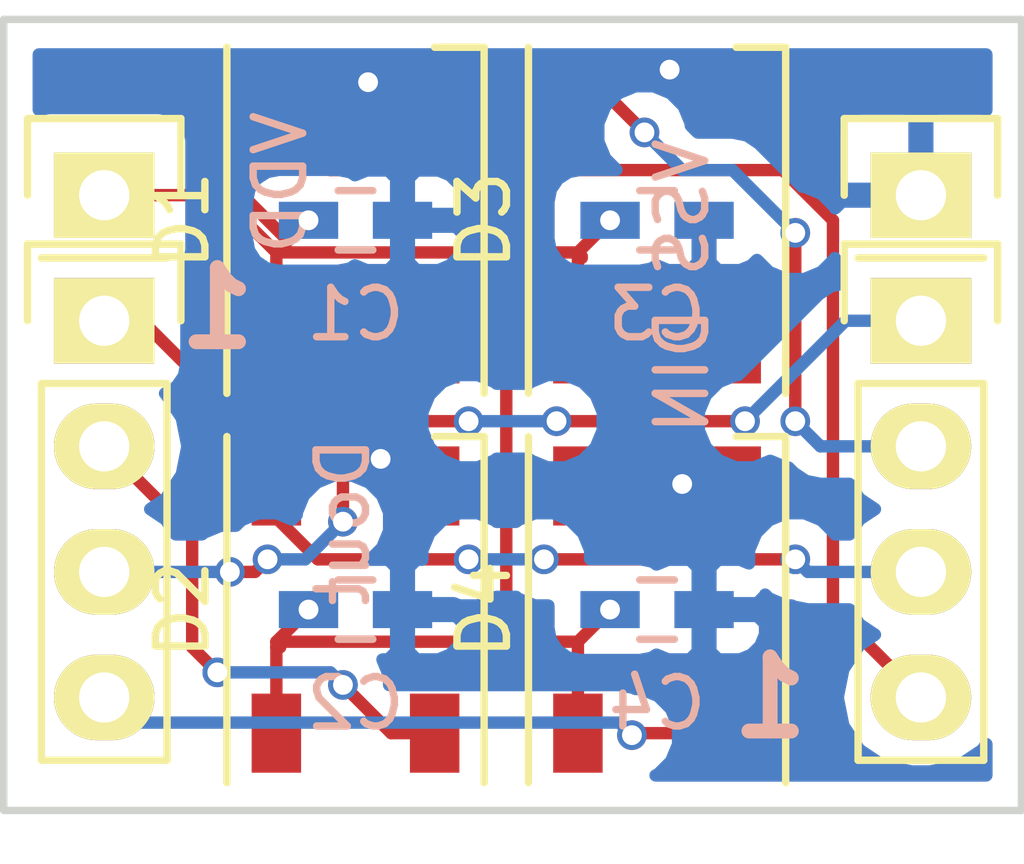
<source format=kicad_pcb>
(kicad_pcb (version 4) (host pcbnew 4.0.1-stable)

  (general
    (links 24)
    (no_connects 0)
    (area 135.210429 96.105 156.031001 114.005)
    (thickness 1.6)
    (drawings 6)
    (tracks 118)
    (zones 0)
    (modules 12)
    (nets 11)
  )

  (page A4)
  (layers
    (0 F.Cu signal)
    (31 B.Cu signal)
    (32 B.Adhes user)
    (33 F.Adhes user)
    (34 B.Paste user)
    (35 F.Paste user)
    (36 B.SilkS user)
    (37 F.SilkS user)
    (38 B.Mask user)
    (39 F.Mask user)
    (40 Dwgs.User user)
    (41 Cmts.User user)
    (42 Eco1.User user)
    (43 Eco2.User user)
    (44 Edge.Cuts user)
    (45 Margin user)
    (46 B.CrtYd user)
    (47 F.CrtYd user)
    (48 B.Fab user)
    (49 F.Fab user)
  )

  (setup
    (last_trace_width 0.25)
    (trace_clearance 0.2)
    (zone_clearance 0.508)
    (zone_45_only no)
    (trace_min 0.2)
    (segment_width 0.2)
    (edge_width 0.15)
    (via_size 0.6)
    (via_drill 0.4)
    (via_min_size 0.4)
    (via_min_drill 0.3)
    (uvia_size 0.3)
    (uvia_drill 0.1)
    (uvias_allowed no)
    (uvia_min_size 0.2)
    (uvia_min_drill 0.1)
    (pcb_text_width 0.3)
    (pcb_text_size 1.5 1.5)
    (mod_edge_width 0.15)
    (mod_text_size 1 1)
    (mod_text_width 0.15)
    (pad_size 2.032 1.7272)
    (pad_drill 1.016)
    (pad_to_mask_clearance 0.2)
    (aux_axis_origin 0 0)
    (visible_elements 7FFFFFFF)
    (pcbplotparams
      (layerselection 0x010fc_80000001)
      (usegerberextensions false)
      (excludeedgelayer true)
      (linewidth 0.100000)
      (plotframeref false)
      (viasonmask false)
      (mode 1)
      (useauxorigin false)
      (hpglpennumber 1)
      (hpglpenspeed 20)
      (hpglpendiameter 15)
      (hpglpenoverlay 2)
      (psnegative false)
      (psa4output false)
      (plotreference true)
      (plotvalue true)
      (plotinvisibletext false)
      (padsonsilk false)
      (subtractmaskfromsilk false)
      (outputformat 1)
      (mirror false)
      (drillshape 0)
      (scaleselection 1)
      (outputdirectory Gerbers/))
  )

  (net 0 "")
  (net 1 +5V)
  (net 2 GND)
  (net 3 "Net-(D1-Pad4)")
  (net 4 "Net-(D1-Pad2)")
  (net 5 "Net-(D2-Pad4)")
  (net 6 "Net-(D2-Pad2)")
  (net 7 "Net-(D3-Pad4)")
  (net 8 "Net-(D3-Pad2)")
  (net 9 "Net-(D4-Pad4)")
  (net 10 "Net-(D4-Pad2)")

  (net_class Default "This is the default net class."
    (clearance 0.2)
    (trace_width 0.25)
    (via_dia 0.6)
    (via_drill 0.4)
    (uvia_dia 0.3)
    (uvia_drill 0.1)
    (add_net +5V)
    (add_net GND)
    (add_net "Net-(D1-Pad2)")
    (add_net "Net-(D1-Pad4)")
    (add_net "Net-(D2-Pad2)")
    (add_net "Net-(D2-Pad4)")
    (add_net "Net-(D3-Pad2)")
    (add_net "Net-(D3-Pad4)")
    (add_net "Net-(D4-Pad2)")
    (add_net "Net-(D4-Pad4)")
  )

  (module LEDs:LED_WS2812B-PLCC4 (layer F.Cu) (tedit 56C9C7F7) (tstamp 57F034A5)
    (at 148.59 100.838 90)
    (descr http://www.world-semi.com/uploads/soft/150522/1-150522091P5.pdf)
    (tags "LED NeoPixel")
    (path /57F04AF6)
    (attr smd)
    (fp_text reference D3 (at 0 -3.5 90) (layer F.SilkS)
      (effects (font (size 1 1) (thickness 0.15)))
    )
    (fp_text value WS2812B (at 0 4 90) (layer F.Fab)
      (effects (font (size 1 1) (thickness 0.15)))
    )
    (fp_line (start 3.75 -2.85) (end -3.75 -2.85) (layer F.CrtYd) (width 0.05))
    (fp_line (start 3.75 2.85) (end 3.75 -2.85) (layer F.CrtYd) (width 0.05))
    (fp_line (start -3.75 2.85) (end 3.75 2.85) (layer F.CrtYd) (width 0.05))
    (fp_line (start -3.75 -2.85) (end -3.75 2.85) (layer F.CrtYd) (width 0.05))
    (fp_line (start 2.5 1.5) (end 1.5 2.5) (layer Dwgs.User) (width 0.1))
    (fp_line (start -2.5 -2.5) (end -2.5 2.5) (layer Dwgs.User) (width 0.1))
    (fp_line (start -2.5 2.5) (end 2.5 2.5) (layer Dwgs.User) (width 0.1))
    (fp_line (start 2.5 2.5) (end 2.5 -2.5) (layer Dwgs.User) (width 0.1))
    (fp_line (start 2.5 -2.5) (end -2.5 -2.5) (layer Dwgs.User) (width 0.1))
    (fp_line (start -3.5 -2.6) (end 3.5 -2.6) (layer F.SilkS) (width 0.15))
    (fp_line (start -3.5 2.6) (end 3.5 2.6) (layer F.SilkS) (width 0.15))
    (fp_line (start 3.5 2.6) (end 3.5 1.6) (layer F.SilkS) (width 0.15))
    (fp_circle (center 0 0) (end 0 -2) (layer Dwgs.User) (width 0.1))
    (pad 3 smd rect (at 2.5 1.6 90) (size 1.6 1) (layers F.Cu F.Paste F.Mask)
      (net 2 GND))
    (pad 4 smd rect (at 2.5 -1.6 90) (size 1.6 1) (layers F.Cu F.Paste F.Mask)
      (net 7 "Net-(D3-Pad4)"))
    (pad 2 smd rect (at -2.5 1.6 90) (size 1.6 1) (layers F.Cu F.Paste F.Mask)
      (net 8 "Net-(D3-Pad2)"))
    (pad 1 smd rect (at -2.5 -1.6 90) (size 1.6 1) (layers F.Cu F.Paste F.Mask)
      (net 1 +5V))
    (model LEDs.3dshapes/LED_WS2812B-PLCC4.wrl
      (at (xyz 0 0 0.004))
      (scale (xyz 0.385 0.385 0.385))
      (rotate (xyz 0 0 180))
    )
  )

  (module LEDs:LED_WS2812B-PLCC4 (layer F.Cu) (tedit 57F034D6) (tstamp 57F03495)
    (at 142.494 100.838 90)
    (descr http://www.world-semi.com/uploads/soft/150522/1-150522091P5.pdf)
    (tags "LED NeoPixel")
    (path /57F04A70)
    (attr smd)
    (fp_text reference D1 (at 0 -3.5 90) (layer F.SilkS)
      (effects (font (size 1 1) (thickness 0.15)))
    )
    (fp_text value WS2812B (at 0 -6.096 90) (layer F.Fab)
      (effects (font (size 1 1) (thickness 0.15)))
    )
    (fp_line (start 3.75 -2.85) (end -3.75 -2.85) (layer F.CrtYd) (width 0.05))
    (fp_line (start 3.75 2.85) (end 3.75 -2.85) (layer F.CrtYd) (width 0.05))
    (fp_line (start -3.75 2.85) (end 3.75 2.85) (layer F.CrtYd) (width 0.05))
    (fp_line (start -3.75 -2.85) (end -3.75 2.85) (layer F.CrtYd) (width 0.05))
    (fp_line (start 2.5 1.5) (end 1.5 2.5) (layer Dwgs.User) (width 0.1))
    (fp_line (start -2.5 -2.5) (end -2.5 2.5) (layer Dwgs.User) (width 0.1))
    (fp_line (start -2.5 2.5) (end 2.5 2.5) (layer Dwgs.User) (width 0.1))
    (fp_line (start 2.5 2.5) (end 2.5 -2.5) (layer Dwgs.User) (width 0.1))
    (fp_line (start 2.5 -2.5) (end -2.5 -2.5) (layer Dwgs.User) (width 0.1))
    (fp_line (start -3.5 -2.6) (end 3.5 -2.6) (layer F.SilkS) (width 0.15))
    (fp_line (start -3.5 2.6) (end 3.5 2.6) (layer F.SilkS) (width 0.15))
    (fp_line (start 3.5 2.6) (end 3.5 1.6) (layer F.SilkS) (width 0.15))
    (fp_circle (center 0 0) (end 0 -2) (layer Dwgs.User) (width 0.1))
    (pad 3 smd rect (at 2.5 1.6 90) (size 1.6 1) (layers F.Cu F.Paste F.Mask)
      (net 2 GND))
    (pad 4 smd rect (at 2.5 -1.6 90) (size 1.6 1) (layers F.Cu F.Paste F.Mask)
      (net 3 "Net-(D1-Pad4)"))
    (pad 2 smd rect (at -2.5 1.6 90) (size 1.6 1) (layers F.Cu F.Paste F.Mask)
      (net 4 "Net-(D1-Pad2)"))
    (pad 1 smd rect (at -2.5 -1.6 90) (size 1.6 1) (layers F.Cu F.Paste F.Mask)
      (net 1 +5V))
    (model LEDs.3dshapes/LED_WS2812B-PLCC4.wrl
      (at (xyz 0 0 0.004))
      (scale (xyz 0.385 0.385 0.385))
      (rotate (xyz 0 0 180))
    )
  )

  (module Capacitors_SMD:C_0603_HandSoldering (layer B.Cu) (tedit 541A9B4D) (tstamp 57F0347B)
    (at 142.494 100.838)
    (descr "Capacitor SMD 0603, hand soldering")
    (tags "capacitor 0603")
    (path /57F04CC7)
    (attr smd)
    (fp_text reference C1 (at 0 1.9) (layer B.SilkS)
      (effects (font (size 1 1) (thickness 0.15)) (justify mirror))
    )
    (fp_text value C_Small (at 0 -1.9) (layer B.Fab)
      (effects (font (size 1 1) (thickness 0.15)) (justify mirror))
    )
    (fp_line (start -1.85 0.75) (end 1.85 0.75) (layer B.CrtYd) (width 0.05))
    (fp_line (start -1.85 -0.75) (end 1.85 -0.75) (layer B.CrtYd) (width 0.05))
    (fp_line (start -1.85 0.75) (end -1.85 -0.75) (layer B.CrtYd) (width 0.05))
    (fp_line (start 1.85 0.75) (end 1.85 -0.75) (layer B.CrtYd) (width 0.05))
    (fp_line (start -0.35 0.6) (end 0.35 0.6) (layer B.SilkS) (width 0.15))
    (fp_line (start 0.35 -0.6) (end -0.35 -0.6) (layer B.SilkS) (width 0.15))
    (pad 1 smd rect (at -0.95 0) (size 1.2 0.75) (layers B.Cu B.Paste B.Mask)
      (net 1 +5V))
    (pad 2 smd rect (at 0.95 0) (size 1.2 0.75) (layers B.Cu B.Paste B.Mask)
      (net 2 GND))
    (model Capacitors_SMD.3dshapes/C_0603_HandSoldering.wrl
      (at (xyz 0 0 0))
      (scale (xyz 1 1 1))
      (rotate (xyz 0 0 0))
    )
  )

  (module Capacitors_SMD:C_0603_HandSoldering (layer B.Cu) (tedit 541A9B4D) (tstamp 57F03481)
    (at 142.494 108.712)
    (descr "Capacitor SMD 0603, hand soldering")
    (tags "capacitor 0603")
    (path /57F04D04)
    (attr smd)
    (fp_text reference C2 (at 0 1.9) (layer B.SilkS)
      (effects (font (size 1 1) (thickness 0.15)) (justify mirror))
    )
    (fp_text value C_Small (at 0 -1.9) (layer B.Fab)
      (effects (font (size 1 1) (thickness 0.15)) (justify mirror))
    )
    (fp_line (start -1.85 0.75) (end 1.85 0.75) (layer B.CrtYd) (width 0.05))
    (fp_line (start -1.85 -0.75) (end 1.85 -0.75) (layer B.CrtYd) (width 0.05))
    (fp_line (start -1.85 0.75) (end -1.85 -0.75) (layer B.CrtYd) (width 0.05))
    (fp_line (start 1.85 0.75) (end 1.85 -0.75) (layer B.CrtYd) (width 0.05))
    (fp_line (start -0.35 0.6) (end 0.35 0.6) (layer B.SilkS) (width 0.15))
    (fp_line (start 0.35 -0.6) (end -0.35 -0.6) (layer B.SilkS) (width 0.15))
    (pad 1 smd rect (at -0.95 0) (size 1.2 0.75) (layers B.Cu B.Paste B.Mask)
      (net 1 +5V))
    (pad 2 smd rect (at 0.95 0) (size 1.2 0.75) (layers B.Cu B.Paste B.Mask)
      (net 2 GND))
    (model Capacitors_SMD.3dshapes/C_0603_HandSoldering.wrl
      (at (xyz 0 0 0))
      (scale (xyz 1 1 1))
      (rotate (xyz 0 0 0))
    )
  )

  (module Capacitors_SMD:C_0603_HandSoldering (layer B.Cu) (tedit 541A9B4D) (tstamp 57F03487)
    (at 148.59 100.838)
    (descr "Capacitor SMD 0603, hand soldering")
    (tags "capacitor 0603")
    (path /57F04D3D)
    (attr smd)
    (fp_text reference C3 (at 0 1.9) (layer B.SilkS)
      (effects (font (size 1 1) (thickness 0.15)) (justify mirror))
    )
    (fp_text value C_Small (at 0 -1.9) (layer B.Fab)
      (effects (font (size 1 1) (thickness 0.15)) (justify mirror))
    )
    (fp_line (start -1.85 0.75) (end 1.85 0.75) (layer B.CrtYd) (width 0.05))
    (fp_line (start -1.85 -0.75) (end 1.85 -0.75) (layer B.CrtYd) (width 0.05))
    (fp_line (start -1.85 0.75) (end -1.85 -0.75) (layer B.CrtYd) (width 0.05))
    (fp_line (start 1.85 0.75) (end 1.85 -0.75) (layer B.CrtYd) (width 0.05))
    (fp_line (start -0.35 0.6) (end 0.35 0.6) (layer B.SilkS) (width 0.15))
    (fp_line (start 0.35 -0.6) (end -0.35 -0.6) (layer B.SilkS) (width 0.15))
    (pad 1 smd rect (at -0.95 0) (size 1.2 0.75) (layers B.Cu B.Paste B.Mask)
      (net 1 +5V))
    (pad 2 smd rect (at 0.95 0) (size 1.2 0.75) (layers B.Cu B.Paste B.Mask)
      (net 2 GND))
    (model Capacitors_SMD.3dshapes/C_0603_HandSoldering.wrl
      (at (xyz 0 0 0))
      (scale (xyz 1 1 1))
      (rotate (xyz 0 0 0))
    )
  )

  (module Capacitors_SMD:C_0603_HandSoldering (layer B.Cu) (tedit 541A9B4D) (tstamp 57F0348D)
    (at 148.59 108.712)
    (descr "Capacitor SMD 0603, hand soldering")
    (tags "capacitor 0603")
    (path /57F04D84)
    (attr smd)
    (fp_text reference C4 (at 0 1.9) (layer B.SilkS)
      (effects (font (size 1 1) (thickness 0.15)) (justify mirror))
    )
    (fp_text value C_Small (at 0 -1.9) (layer B.Fab)
      (effects (font (size 1 1) (thickness 0.15)) (justify mirror))
    )
    (fp_line (start -1.85 0.75) (end 1.85 0.75) (layer B.CrtYd) (width 0.05))
    (fp_line (start -1.85 -0.75) (end 1.85 -0.75) (layer B.CrtYd) (width 0.05))
    (fp_line (start -1.85 0.75) (end -1.85 -0.75) (layer B.CrtYd) (width 0.05))
    (fp_line (start 1.85 0.75) (end 1.85 -0.75) (layer B.CrtYd) (width 0.05))
    (fp_line (start -0.35 0.6) (end 0.35 0.6) (layer B.SilkS) (width 0.15))
    (fp_line (start 0.35 -0.6) (end -0.35 -0.6) (layer B.SilkS) (width 0.15))
    (pad 1 smd rect (at -0.95 0) (size 1.2 0.75) (layers B.Cu B.Paste B.Mask)
      (net 1 +5V))
    (pad 2 smd rect (at 0.95 0) (size 1.2 0.75) (layers B.Cu B.Paste B.Mask)
      (net 2 GND))
    (model Capacitors_SMD.3dshapes/C_0603_HandSoldering.wrl
      (at (xyz 0 0 0))
      (scale (xyz 1 1 1))
      (rotate (xyz 0 0 0))
    )
  )

  (module LEDs:LED_WS2812B-PLCC4 (layer F.Cu) (tedit 56C9C7F7) (tstamp 57F0349D)
    (at 142.494 108.712 90)
    (descr http://www.world-semi.com/uploads/soft/150522/1-150522091P5.pdf)
    (tags "LED NeoPixel")
    (path /57F04AC9)
    (attr smd)
    (fp_text reference D2 (at 0 -3.5 90) (layer F.SilkS)
      (effects (font (size 1 1) (thickness 0.15)))
    )
    (fp_text value WS2812B (at 0 4 90) (layer F.Fab)
      (effects (font (size 1 1) (thickness 0.15)))
    )
    (fp_line (start 3.75 -2.85) (end -3.75 -2.85) (layer F.CrtYd) (width 0.05))
    (fp_line (start 3.75 2.85) (end 3.75 -2.85) (layer F.CrtYd) (width 0.05))
    (fp_line (start -3.75 2.85) (end 3.75 2.85) (layer F.CrtYd) (width 0.05))
    (fp_line (start -3.75 -2.85) (end -3.75 2.85) (layer F.CrtYd) (width 0.05))
    (fp_line (start 2.5 1.5) (end 1.5 2.5) (layer Dwgs.User) (width 0.1))
    (fp_line (start -2.5 -2.5) (end -2.5 2.5) (layer Dwgs.User) (width 0.1))
    (fp_line (start -2.5 2.5) (end 2.5 2.5) (layer Dwgs.User) (width 0.1))
    (fp_line (start 2.5 2.5) (end 2.5 -2.5) (layer Dwgs.User) (width 0.1))
    (fp_line (start 2.5 -2.5) (end -2.5 -2.5) (layer Dwgs.User) (width 0.1))
    (fp_line (start -3.5 -2.6) (end 3.5 -2.6) (layer F.SilkS) (width 0.15))
    (fp_line (start -3.5 2.6) (end 3.5 2.6) (layer F.SilkS) (width 0.15))
    (fp_line (start 3.5 2.6) (end 3.5 1.6) (layer F.SilkS) (width 0.15))
    (fp_circle (center 0 0) (end 0 -2) (layer Dwgs.User) (width 0.1))
    (pad 3 smd rect (at 2.5 1.6 90) (size 1.6 1) (layers F.Cu F.Paste F.Mask)
      (net 2 GND))
    (pad 4 smd rect (at 2.5 -1.6 90) (size 1.6 1) (layers F.Cu F.Paste F.Mask)
      (net 5 "Net-(D2-Pad4)"))
    (pad 2 smd rect (at -2.5 1.6 90) (size 1.6 1) (layers F.Cu F.Paste F.Mask)
      (net 6 "Net-(D2-Pad2)"))
    (pad 1 smd rect (at -2.5 -1.6 90) (size 1.6 1) (layers F.Cu F.Paste F.Mask)
      (net 1 +5V))
    (model LEDs.3dshapes/LED_WS2812B-PLCC4.wrl
      (at (xyz 0 0 0.004))
      (scale (xyz 0.385 0.385 0.385))
      (rotate (xyz 0 0 180))
    )
  )

  (module LEDs:LED_WS2812B-PLCC4 (layer F.Cu) (tedit 56C9C7F7) (tstamp 57F034AD)
    (at 148.59 108.712 90)
    (descr http://www.world-semi.com/uploads/soft/150522/1-150522091P5.pdf)
    (tags "LED NeoPixel")
    (path /57F04BC2)
    (attr smd)
    (fp_text reference D4 (at 0 -3.5 90) (layer F.SilkS)
      (effects (font (size 1 1) (thickness 0.15)))
    )
    (fp_text value WS2812B (at 0 4 90) (layer F.Fab)
      (effects (font (size 1 1) (thickness 0.15)))
    )
    (fp_line (start 3.75 -2.85) (end -3.75 -2.85) (layer F.CrtYd) (width 0.05))
    (fp_line (start 3.75 2.85) (end 3.75 -2.85) (layer F.CrtYd) (width 0.05))
    (fp_line (start -3.75 2.85) (end 3.75 2.85) (layer F.CrtYd) (width 0.05))
    (fp_line (start -3.75 -2.85) (end -3.75 2.85) (layer F.CrtYd) (width 0.05))
    (fp_line (start 2.5 1.5) (end 1.5 2.5) (layer Dwgs.User) (width 0.1))
    (fp_line (start -2.5 -2.5) (end -2.5 2.5) (layer Dwgs.User) (width 0.1))
    (fp_line (start -2.5 2.5) (end 2.5 2.5) (layer Dwgs.User) (width 0.1))
    (fp_line (start 2.5 2.5) (end 2.5 -2.5) (layer Dwgs.User) (width 0.1))
    (fp_line (start 2.5 -2.5) (end -2.5 -2.5) (layer Dwgs.User) (width 0.1))
    (fp_line (start -3.5 -2.6) (end 3.5 -2.6) (layer F.SilkS) (width 0.15))
    (fp_line (start -3.5 2.6) (end 3.5 2.6) (layer F.SilkS) (width 0.15))
    (fp_line (start 3.5 2.6) (end 3.5 1.6) (layer F.SilkS) (width 0.15))
    (fp_circle (center 0 0) (end 0 -2) (layer Dwgs.User) (width 0.1))
    (pad 3 smd rect (at 2.5 1.6 90) (size 1.6 1) (layers F.Cu F.Paste F.Mask)
      (net 2 GND))
    (pad 4 smd rect (at 2.5 -1.6 90) (size 1.6 1) (layers F.Cu F.Paste F.Mask)
      (net 9 "Net-(D4-Pad4)"))
    (pad 2 smd rect (at -2.5 1.6 90) (size 1.6 1) (layers F.Cu F.Paste F.Mask)
      (net 10 "Net-(D4-Pad2)"))
    (pad 1 smd rect (at -2.5 -1.6 90) (size 1.6 1) (layers F.Cu F.Paste F.Mask)
      (net 1 +5V))
    (model LEDs.3dshapes/LED_WS2812B-PLCC4.wrl
      (at (xyz 0 0 0.004))
      (scale (xyz 0.385 0.385 0.385))
      (rotate (xyz 0 0 180))
    )
  )

  (module Pin_Headers:Pin_Header_Straight_1x01 (layer F.Cu) (tedit 581E5BC7) (tstamp 57F034B2)
    (at 137.414 100.33)
    (descr "Through hole pin header")
    (tags "pin header")
    (path /57F05FB3)
    (fp_text reference VDD (at 3.556 -0.254 90) (layer B.SilkS)
      (effects (font (size 1 1) (thickness 0.15)) (justify mirror))
    )
    (fp_text value VDD (at 0 -3.1) (layer F.Fab)
      (effects (font (size 1 1) (thickness 0.15)))
    )
    (fp_line (start 1.55 -1.55) (end 1.55 0) (layer F.SilkS) (width 0.15))
    (fp_line (start -1.75 -1.75) (end -1.75 1.75) (layer F.CrtYd) (width 0.05))
    (fp_line (start 1.75 -1.75) (end 1.75 1.75) (layer F.CrtYd) (width 0.05))
    (fp_line (start -1.75 -1.75) (end 1.75 -1.75) (layer F.CrtYd) (width 0.05))
    (fp_line (start -1.75 1.75) (end 1.75 1.75) (layer F.CrtYd) (width 0.05))
    (fp_line (start -1.55 0) (end -1.55 -1.55) (layer F.SilkS) (width 0.15))
    (fp_line (start -1.55 -1.55) (end 1.55 -1.55) (layer F.SilkS) (width 0.15))
    (fp_line (start -1.27 1.27) (end 1.27 1.27) (layer F.SilkS) (width 0.15))
    (pad 1 thru_hole rect (at 0 0) (size 2.032 1.7272) (drill 1.016) (layers *.Cu *.Mask F.SilkS)
      (net 1 +5V))
    (model Pin_Headers.3dshapes/Pin_Header_Straight_1x01.wrl
      (at (xyz 0 0 0))
      (scale (xyz 1 1 1))
      (rotate (xyz 0 0 90))
    )
  )

  (module Pin_Headers:Pin_Header_Straight_1x04 (layer F.Cu) (tedit 57F03AE9) (tstamp 57F034BA)
    (at 137.414 102.87)
    (descr "Through hole pin header")
    (tags "pin header")
    (path /57F05B64)
    (fp_text reference Dout (at 4.826 4.064 90) (layer B.SilkS)
      (effects (font (size 1 1) (thickness 0.15)) (justify mirror))
    )
    (fp_text value DOUT (at 0 10.16) (layer F.Fab)
      (effects (font (size 1 1) (thickness 0.15)))
    )
    (fp_line (start -1.75 -1.75) (end -1.75 9.4) (layer F.CrtYd) (width 0.05))
    (fp_line (start 1.75 -1.75) (end 1.75 9.4) (layer F.CrtYd) (width 0.05))
    (fp_line (start -1.75 -1.75) (end 1.75 -1.75) (layer F.CrtYd) (width 0.05))
    (fp_line (start -1.75 9.4) (end 1.75 9.4) (layer F.CrtYd) (width 0.05))
    (fp_line (start -1.27 1.27) (end -1.27 8.89) (layer F.SilkS) (width 0.15))
    (fp_line (start 1.27 1.27) (end 1.27 8.89) (layer F.SilkS) (width 0.15))
    (fp_line (start 1.55 -1.55) (end 1.55 0) (layer F.SilkS) (width 0.15))
    (fp_line (start -1.27 8.89) (end 1.27 8.89) (layer F.SilkS) (width 0.15))
    (fp_line (start 1.27 1.27) (end -1.27 1.27) (layer F.SilkS) (width 0.15))
    (fp_line (start -1.55 0) (end -1.55 -1.55) (layer F.SilkS) (width 0.15))
    (fp_line (start -1.55 -1.55) (end 1.55 -1.55) (layer F.SilkS) (width 0.15))
    (pad 1 thru_hole rect (at 0 0) (size 2.032 1.7272) (drill 1.016) (layers *.Cu *.Mask F.SilkS)
      (net 4 "Net-(D1-Pad2)"))
    (pad 2 thru_hole oval (at 0 2.54) (size 2.032 1.7272) (drill 1.016) (layers *.Cu *.Mask F.SilkS)
      (net 6 "Net-(D2-Pad2)"))
    (pad 3 thru_hole oval (at 0 5.08) (size 2.032 1.7272) (drill 1.016) (layers *.Cu *.Mask F.SilkS)
      (net 8 "Net-(D3-Pad2)"))
    (pad 4 thru_hole oval (at 0 7.62) (size 2.032 1.7272) (drill 1.016) (layers *.Cu *.Mask F.SilkS)
      (net 10 "Net-(D4-Pad2)"))
    (model Pin_Headers.3dshapes/Pin_Header_Straight_1x04.wrl
      (at (xyz 0 -0.15 0))
      (scale (xyz 1 1 1))
      (rotate (xyz 0 0 90))
    )
  )

  (module Pin_Headers:Pin_Header_Straight_1x01 (layer F.Cu) (tedit 581E5BDA) (tstamp 57F034BF)
    (at 153.924 100.33)
    (descr "Through hole pin header")
    (tags "pin header")
    (path /57F06E55)
    (fp_text reference VSS (at -4.826 0.254 90) (layer B.SilkS)
      (effects (font (size 1 1) (thickness 0.15)) (justify mirror))
    )
    (fp_text value VSS (at 0 -3.1) (layer F.Fab)
      (effects (font (size 1 1) (thickness 0.15)))
    )
    (fp_line (start 1.55 -1.55) (end 1.55 0) (layer F.SilkS) (width 0.15))
    (fp_line (start -1.75 -1.75) (end -1.75 1.75) (layer F.CrtYd) (width 0.05))
    (fp_line (start 1.75 -1.75) (end 1.75 1.75) (layer F.CrtYd) (width 0.05))
    (fp_line (start -1.75 -1.75) (end 1.75 -1.75) (layer F.CrtYd) (width 0.05))
    (fp_line (start -1.75 1.75) (end 1.75 1.75) (layer F.CrtYd) (width 0.05))
    (fp_line (start -1.55 0) (end -1.55 -1.55) (layer F.SilkS) (width 0.15))
    (fp_line (start -1.55 -1.55) (end 1.55 -1.55) (layer F.SilkS) (width 0.15))
    (fp_line (start -1.27 1.27) (end 1.27 1.27) (layer F.SilkS) (width 0.15))
    (pad 1 thru_hole rect (at 0 0) (size 2.032 1.7272) (drill 1.016) (layers *.Cu *.Mask F.SilkS)
      (net 2 GND))
    (model Pin_Headers.3dshapes/Pin_Header_Straight_1x01.wrl
      (at (xyz 0 0 0))
      (scale (xyz 1 1 1))
      (rotate (xyz 0 0 90))
    )
  )

  (module Pin_Headers:Pin_Header_Straight_1x04 (layer F.Cu) (tedit 57F03B0B) (tstamp 57F034C7)
    (at 153.924 102.87)
    (descr "Through hole pin header")
    (tags "pin header")
    (path /57F06E4F)
    (fp_text reference DIN (at -4.826 1.016 90) (layer B.SilkS)
      (effects (font (size 1 1) (thickness 0.15)) (justify mirror))
    )
    (fp_text value DIN (at 0 -3.1) (layer F.Fab)
      (effects (font (size 1 1) (thickness 0.15)))
    )
    (fp_line (start -1.75 -1.75) (end -1.75 9.4) (layer F.CrtYd) (width 0.05))
    (fp_line (start 1.75 -1.75) (end 1.75 9.4) (layer F.CrtYd) (width 0.05))
    (fp_line (start -1.75 -1.75) (end 1.75 -1.75) (layer F.CrtYd) (width 0.05))
    (fp_line (start -1.75 9.4) (end 1.75 9.4) (layer F.CrtYd) (width 0.05))
    (fp_line (start -1.27 1.27) (end -1.27 8.89) (layer F.SilkS) (width 0.15))
    (fp_line (start 1.27 1.27) (end 1.27 8.89) (layer F.SilkS) (width 0.15))
    (fp_line (start 1.55 -1.55) (end 1.55 0) (layer F.SilkS) (width 0.15))
    (fp_line (start -1.27 8.89) (end 1.27 8.89) (layer F.SilkS) (width 0.15))
    (fp_line (start 1.27 1.27) (end -1.27 1.27) (layer F.SilkS) (width 0.15))
    (fp_line (start -1.55 0) (end -1.55 -1.55) (layer F.SilkS) (width 0.15))
    (fp_line (start -1.55 -1.55) (end 1.55 -1.55) (layer F.SilkS) (width 0.15))
    (pad 1 thru_hole rect (at 0 0) (size 2.032 1.7272) (drill 1.016) (layers *.Cu *.Mask F.SilkS)
      (net 9 "Net-(D4-Pad4)"))
    (pad 2 thru_hole oval (at 0 2.54) (size 2.032 1.7272) (drill 1.016) (layers *.Cu *.Mask F.SilkS)
      (net 7 "Net-(D3-Pad4)"))
    (pad 3 thru_hole oval (at 0 5.08) (size 2.032 1.7272) (drill 1.016) (layers *.Cu *.Mask F.SilkS)
      (net 5 "Net-(D2-Pad4)"))
    (pad 4 thru_hole oval (at 0 7.62) (size 2.032 1.7272) (drill 1.016) (layers *.Cu *.Mask F.SilkS)
      (net 3 "Net-(D1-Pad4)"))
    (model Pin_Headers.3dshapes/Pin_Header_Straight_1x04.wrl
      (at (xyz 0 -0.15 0))
      (scale (xyz 1 1 1))
      (rotate (xyz 0 0 90))
    )
  )

  (gr_text 1 (at 139.7 102.616) (layer B.SilkS)
    (effects (font (size 1.5 1.5) (thickness 0.3)) (justify mirror))
  )
  (gr_text 1 (at 150.876 110.49) (layer B.SilkS)
    (effects (font (size 1.5 1.5) (thickness 0.3)) (justify mirror))
  )
  (gr_line (start 135.382 96.774) (end 135.382 112.776) (angle 90) (layer Edge.Cuts) (width 0.15))
  (gr_line (start 155.956 112.776) (end 135.382 112.776) (angle 90) (layer Edge.Cuts) (width 0.15))
  (gr_line (start 155.956 96.774) (end 155.956 112.776) (angle 90) (layer Edge.Cuts) (width 0.15))
  (gr_line (start 135.382 96.774) (end 155.956 96.774) (angle 90) (layer Edge.Cuts) (width 0.15))

  (segment (start 137.414 100.33) (end 140.208 100.33) (width 0.25) (layer F.Cu) (net 1))
  (segment (start 140.208 100.33) (end 141.13 101.252) (width 0.25) (layer F.Cu) (net 1) (tstamp 581E598F))
  (segment (start 137.414 100.33) (end 139.736 100.33) (width 0.25) (layer F.Cu) (net 1))
  (segment (start 139.736 100.33) (end 140.894 101.488) (width 0.25) (layer F.Cu) (net 1) (tstamp 581E5989))
  (segment (start 145.542 109.362) (end 145.542 101.488) (width 0.25) (layer F.Cu) (net 1))
  (segment (start 145.542 101.488) (end 145.542 101.6) (width 0.25) (layer F.Cu) (net 1) (tstamp 57F17320))
  (segment (start 145.542 101.6) (end 145.542 101.488) (width 0.25) (layer F.Cu) (net 1) (tstamp 57F17322))
  (segment (start 146.99 109.362) (end 145.542 109.362) (width 0.25) (layer F.Cu) (net 1))
  (segment (start 145.542 109.362) (end 140.894 109.362) (width 0.25) (layer F.Cu) (net 1) (tstamp 57F1731E))
  (segment (start 140.894 109.362) (end 140.97 109.438) (width 0.25) (layer F.Cu) (net 1) (tstamp 57F17319))
  (segment (start 140.97 109.474) (end 140.894 109.474) (width 0.25) (layer F.Cu) (net 1) (tstamp 57F1731B))
  (segment (start 140.97 109.438) (end 140.97 109.474) (width 0.25) (layer F.Cu) (net 1) (tstamp 57F1731A))
  (segment (start 140.894 101.488) (end 145.542 101.488) (width 0.25) (layer F.Cu) (net 1))
  (segment (start 145.542 101.488) (end 146.99 101.488) (width 0.25) (layer F.Cu) (net 1) (tstamp 57F17323))
  (segment (start 146.99 101.488) (end 147.066 101.564) (width 0.25) (layer F.Cu) (net 1) (tstamp 57F17301))
  (segment (start 147.066 101.6) (end 146.99 101.6) (width 0.25) (layer F.Cu) (net 1) (tstamp 57F17304))
  (segment (start 147.066 101.564) (end 147.066 101.6) (width 0.25) (layer F.Cu) (net 1) (tstamp 57F17303))
  (via (at 141.544 108.712) (size 0.6) (drill 0.4) (layers F.Cu B.Cu) (net 1))
  (segment (start 140.894 109.362) (end 141.544 108.712) (width 0.25) (layer F.Cu) (net 1) (tstamp 57F172F8))
  (segment (start 140.894 111.212) (end 140.894 109.474) (width 0.25) (layer F.Cu) (net 1) (tstamp 57F172F9))
  (segment (start 140.894 109.474) (end 140.894 109.362) (width 0.25) (layer F.Cu) (net 1) (tstamp 57F1731C))
  (via (at 147.64 108.712) (size 0.6) (drill 0.4) (layers F.Cu B.Cu) (net 1))
  (segment (start 146.99 109.362) (end 146.99 109.362) (width 0.25) (layer F.Cu) (net 1) (tstamp 57F172EC))
  (segment (start 146.99 109.362) (end 147.64 108.712) (width 0.25) (layer F.Cu) (net 1) (tstamp 57F17317))
  (segment (start 146.99 111.212) (end 146.99 109.362) (width 0.25) (layer F.Cu) (net 1) (tstamp 57F172ED))
  (via (at 147.64 100.838) (size 0.6) (drill 0.4) (layers F.Cu B.Cu) (net 1))
  (segment (start 146.99 101.488) (end 147.64 100.838) (width 0.25) (layer F.Cu) (net 1) (tstamp 57F172E1))
  (segment (start 146.99 103.338) (end 146.99 101.6) (width 0.25) (layer F.Cu) (net 1) (tstamp 57F172E2))
  (segment (start 146.99 101.6) (end 146.99 101.488) (width 0.25) (layer F.Cu) (net 1) (tstamp 57F17305))
  (via (at 141.544 100.838) (size 0.6) (drill 0.4) (layers F.Cu B.Cu) (net 1))
  (segment (start 141.13 101.252) (end 141.544 100.838) (width 0.25) (layer F.Cu) (net 1) (tstamp 581E5992))
  (segment (start 140.894 101.488) (end 141.13 101.252) (width 0.25) (layer F.Cu) (net 1) (tstamp 57F172DA))
  (segment (start 140.894 103.338) (end 140.894 101.488) (width 0.25) (layer F.Cu) (net 1) (tstamp 57F172DB))
  (segment (start 150.19 106.212) (end 149.138 106.212) (width 0.25) (layer F.Cu) (net 2))
  (via (at 149.098 106.172) (size 0.6) (drill 0.4) (layers F.Cu B.Cu) (net 2))
  (segment (start 149.138 106.212) (end 149.098 106.172) (width 0.25) (layer F.Cu) (net 2) (tstamp 5813F020))
  (segment (start 144.094 106.212) (end 143.55 106.212) (width 0.25) (layer F.Cu) (net 2))
  (via (at 143.002 105.664) (size 0.6) (drill 0.4) (layers F.Cu B.Cu) (net 2))
  (segment (start 143.55 106.212) (end 143.002 105.664) (width 0.25) (layer F.Cu) (net 2) (tstamp 5813F01B))
  (segment (start 150.19 98.338) (end 149.392 98.338) (width 0.25) (layer F.Cu) (net 2))
  (via (at 148.844 97.79) (size 0.6) (drill 0.4) (layers F.Cu B.Cu) (net 2))
  (segment (start 149.392 98.338) (end 148.844 97.79) (width 0.25) (layer F.Cu) (net 2) (tstamp 5813F015))
  (segment (start 144.094 98.338) (end 143.042 98.338) (width 0.25) (layer F.Cu) (net 2))
  (via (at 142.748 98.044) (size 0.6) (drill 0.4) (layers F.Cu B.Cu) (net 2))
  (segment (start 143.042 98.338) (end 142.748 98.044) (width 0.25) (layer F.Cu) (net 2) (tstamp 5813F010))
  (segment (start 140.894 98.338) (end 140.894 98.73) (width 0.25) (layer F.Cu) (net 3))
  (segment (start 140.894 98.73) (end 141.986 99.822) (width 0.25) (layer F.Cu) (net 3) (tstamp 57F1732C))
  (segment (start 141.986 99.822) (end 151.13 99.822) (width 0.25) (layer F.Cu) (net 3) (tstamp 57F1732E))
  (segment (start 151.13 99.822) (end 152.146 100.838) (width 0.25) (layer F.Cu) (net 3) (tstamp 57F17336))
  (segment (start 152.146 100.838) (end 152.146 108.712) (width 0.25) (layer F.Cu) (net 3) (tstamp 57F17339))
  (segment (start 152.146 108.712) (end 153.924 110.49) (width 0.25) (layer F.Cu) (net 3) (tstamp 57F1733B))
  (segment (start 144.094 103.338) (end 143.042 103.338) (width 0.25) (layer F.Cu) (net 4))
  (segment (start 139.954 104.648) (end 138.176 102.87) (width 0.25) (layer F.Cu) (net 4) (tstamp 57F173D4))
  (segment (start 141.732 104.648) (end 139.954 104.648) (width 0.25) (layer F.Cu) (net 4) (tstamp 57F173D2))
  (segment (start 143.042 103.338) (end 141.732 104.648) (width 0.25) (layer F.Cu) (net 4) (tstamp 57F173D0))
  (segment (start 138.176 102.87) (end 137.414 102.87) (width 0.25) (layer F.Cu) (net 4) (tstamp 57F173D6))
  (segment (start 137.414 102.87) (end 138.176 102.87) (width 0.25) (layer B.Cu) (net 4))
  (segment (start 140.894 106.212) (end 140.894 106.858) (width 0.25) (layer F.Cu) (net 5))
  (segment (start 140.894 106.858) (end 141.732 107.696) (width 0.25) (layer F.Cu) (net 5) (tstamp 57F17364))
  (segment (start 141.732 107.696) (end 144.78 107.696) (width 0.25) (layer F.Cu) (net 5) (tstamp 57F17366))
  (via (at 144.78 107.696) (size 0.6) (drill 0.4) (layers F.Cu B.Cu) (net 5))
  (segment (start 144.78 107.696) (end 146.304 107.696) (width 0.25) (layer B.Cu) (net 5) (tstamp 57F17372))
  (via (at 146.304 107.696) (size 0.6) (drill 0.4) (layers F.Cu B.Cu) (net 5))
  (segment (start 146.304 107.696) (end 151.384 107.696) (width 0.25) (layer F.Cu) (net 5) (tstamp 57F17375))
  (via (at 151.384 107.696) (size 0.6) (drill 0.4) (layers F.Cu B.Cu) (net 5))
  (segment (start 151.384 107.696) (end 151.638 107.95) (width 0.25) (layer B.Cu) (net 5) (tstamp 57F17378))
  (segment (start 151.638 107.95) (end 153.924 107.95) (width 0.25) (layer B.Cu) (net 5) (tstamp 57F17379))
  (segment (start 144.094 111.212) (end 143.216 111.212) (width 0.25) (layer F.Cu) (net 6))
  (segment (start 139.192 107.188) (end 137.414 105.41) (width 0.25) (layer F.Cu) (net 6) (tstamp 57F173E6))
  (segment (start 139.192 109.474) (end 139.192 107.188) (width 0.25) (layer F.Cu) (net 6) (tstamp 57F173E5))
  (segment (start 139.7 109.982) (end 139.192 109.474) (width 0.25) (layer F.Cu) (net 6) (tstamp 57F173E4))
  (via (at 139.7 109.982) (size 0.6) (drill 0.4) (layers F.Cu B.Cu) (net 6))
  (segment (start 141.986 109.982) (end 139.7 109.982) (width 0.25) (layer B.Cu) (net 6) (tstamp 57F173E2))
  (segment (start 142.24 110.236) (end 141.986 109.982) (width 0.25) (layer B.Cu) (net 6) (tstamp 57F173E1))
  (via (at 142.24 110.236) (size 0.6) (drill 0.4) (layers F.Cu B.Cu) (net 6))
  (segment (start 143.216 111.212) (end 142.24 110.236) (width 0.25) (layer F.Cu) (net 6) (tstamp 57F173D9))
  (segment (start 137.414 105.664) (end 137.414 105.41) (width 0.25) (layer F.Cu) (net 6) (tstamp 57F038FA))
  (segment (start 146.99 98.338) (end 147.614 98.338) (width 0.25) (layer F.Cu) (net 7))
  (segment (start 151.892 105.41) (end 153.924 105.41) (width 0.25) (layer B.Cu) (net 7) (tstamp 57F17350))
  (segment (start 151.384 104.902) (end 151.892 105.41) (width 0.25) (layer B.Cu) (net 7) (tstamp 57F1734F))
  (via (at 151.384 104.902) (size 0.6) (drill 0.4) (layers F.Cu B.Cu) (net 7))
  (segment (start 151.384 101.092) (end 151.384 104.902) (width 0.25) (layer F.Cu) (net 7) (tstamp 57F1734B))
  (via (at 151.384 101.092) (size 0.6) (drill 0.4) (layers F.Cu B.Cu) (net 7))
  (segment (start 150.114 99.822) (end 151.384 101.092) (width 0.25) (layer B.Cu) (net 7) (tstamp 57F17345))
  (segment (start 149.098 99.822) (end 150.114 99.822) (width 0.25) (layer B.Cu) (net 7) (tstamp 57F17344))
  (segment (start 148.336 99.06) (end 149.098 99.822) (width 0.25) (layer B.Cu) (net 7) (tstamp 57F17343))
  (via (at 148.336 99.06) (size 0.6) (drill 0.4) (layers F.Cu B.Cu) (net 7))
  (segment (start 147.614 98.338) (end 148.336 99.06) (width 0.25) (layer F.Cu) (net 7) (tstamp 57F1733F))
  (segment (start 150.19 103.338) (end 149.138 103.338) (width 0.25) (layer F.Cu) (net 8))
  (segment (start 139.954 107.95) (end 137.414 107.95) (width 0.25) (layer B.Cu) (net 8) (tstamp 57F174A7))
  (via (at 139.954 107.95) (size 0.6) (drill 0.4) (layers F.Cu B.Cu) (net 8))
  (segment (start 140.462 107.95) (end 139.954 107.95) (width 0.25) (layer F.Cu) (net 8) (tstamp 57F174A5))
  (segment (start 140.716 107.696) (end 140.462 107.95) (width 0.25) (layer F.Cu) (net 8) (tstamp 57F174A4))
  (via (at 140.716 107.696) (size 0.6) (drill 0.4) (layers F.Cu B.Cu) (net 8))
  (segment (start 141.478 107.696) (end 140.716 107.696) (width 0.25) (layer B.Cu) (net 8) (tstamp 57F174A2))
  (segment (start 142.24 106.934) (end 141.478 107.696) (width 0.25) (layer B.Cu) (net 8) (tstamp 57F174A1))
  (via (at 142.24 106.934) (size 0.6) (drill 0.4) (layers F.Cu B.Cu) (net 8))
  (segment (start 142.24 104.902) (end 142.24 106.934) (width 0.25) (layer F.Cu) (net 8) (tstamp 57F1749E))
  (segment (start 144.78 104.902) (end 142.24 104.902) (width 0.25) (layer F.Cu) (net 8) (tstamp 57F1749D))
  (via (at 144.78 104.902) (size 0.6) (drill 0.4) (layers F.Cu B.Cu) (net 8))
  (segment (start 146.558 104.902) (end 144.78 104.902) (width 0.25) (layer B.Cu) (net 8) (tstamp 57F1749A))
  (via (at 146.558 104.902) (size 0.6) (drill 0.4) (layers F.Cu B.Cu) (net 8))
  (segment (start 147.574 104.902) (end 146.558 104.902) (width 0.25) (layer F.Cu) (net 8) (tstamp 57F17496))
  (segment (start 149.138 103.338) (end 147.574 104.902) (width 0.25) (layer F.Cu) (net 8) (tstamp 57F17494))
  (segment (start 137.668 107.95) (end 137.414 107.95) (width 0.25) (layer B.Cu) (net 8) (tstamp 57F0393B))
  (segment (start 146.99 106.212) (end 147.026 106.212) (width 0.25) (layer F.Cu) (net 9))
  (segment (start 147.026 106.212) (end 148.336 104.902) (width 0.25) (layer F.Cu) (net 9) (tstamp 57F17355))
  (segment (start 148.336 104.902) (end 150.368 104.902) (width 0.25) (layer F.Cu) (net 9) (tstamp 57F1735A))
  (via (at 150.368 104.902) (size 0.6) (drill 0.4) (layers F.Cu B.Cu) (net 9))
  (segment (start 150.368 104.902) (end 152.4 102.87) (width 0.25) (layer B.Cu) (net 9) (tstamp 57F1735F))
  (segment (start 152.4 102.87) (end 153.924 102.87) (width 0.25) (layer B.Cu) (net 9) (tstamp 57F17360))
  (segment (start 150.19 111.212) (end 148.122 111.212) (width 0.25) (layer F.Cu) (net 10))
  (segment (start 147.828 110.998) (end 137.922 110.998) (width 0.25) (layer B.Cu) (net 10) (tstamp 57F17472))
  (segment (start 148.082 111.252) (end 147.828 110.998) (width 0.25) (layer B.Cu) (net 10) (tstamp 57F17471))
  (via (at 148.082 111.252) (size 0.6) (drill 0.4) (layers F.Cu B.Cu) (net 10))
  (segment (start 148.122 111.212) (end 148.082 111.252) (width 0.25) (layer F.Cu) (net 10) (tstamp 57F1746E))
  (segment (start 137.922 110.998) (end 137.414 110.49) (width 0.25) (layer B.Cu) (net 10) (tstamp 57F17473))
  (segment (start 137.922 110.49) (end 137.414 110.49) (width 0.25) (layer F.Cu) (net 10) (tstamp 57F03981))

  (zone (net 2) (net_name GND) (layer B.Cu) (tstamp 57F17605) (hatch edge 0.508)
    (connect_pads (clearance 0.508))
    (min_thickness 0.254)
    (fill yes (arc_segments 16) (thermal_gap 0.508) (thermal_bridge_width 0.508))
    (polygon
      (pts
        (xy 155.956 112.776) (xy 135.382 112.776) (xy 135.382 96.774) (xy 155.956 96.774) (xy 155.956 112.776)
      )
    )
    (filled_polygon
      (pts
        (xy 155.246 98.609746) (xy 155.167909 98.5774) (xy 154.20975 98.5774) (xy 154.051 98.73615) (xy 154.051 100.203)
        (xy 154.071 100.203) (xy 154.071 100.457) (xy 154.051 100.457) (xy 154.051 100.477) (xy 153.797 100.477)
        (xy 153.797 100.457) (xy 152.33015 100.457) (xy 152.190852 100.596298) (xy 152.177117 100.563057) (xy 151.914327 100.299808)
        (xy 151.570799 100.157162) (xy 151.523923 100.157121) (xy 150.651401 99.284599) (xy 150.404839 99.119852) (xy 150.235108 99.08609)
        (xy 152.1714 99.08609) (xy 152.1714 100.04425) (xy 152.33015 100.203) (xy 153.797 100.203) (xy 153.797 98.73615)
        (xy 153.63825 98.5774) (xy 152.680091 98.5774) (xy 152.446702 98.674073) (xy 152.268073 98.852701) (xy 152.1714 99.08609)
        (xy 150.235108 99.08609) (xy 150.114 99.062) (xy 149.412802 99.062) (xy 149.271122 98.92032) (xy 149.271162 98.874833)
        (xy 149.129117 98.531057) (xy 148.866327 98.267808) (xy 148.522799 98.125162) (xy 148.150833 98.124838) (xy 147.807057 98.266883)
        (xy 147.543808 98.529673) (xy 147.401162 98.873201) (xy 147.400838 99.245167) (xy 147.542883 99.588943) (xy 147.769105 99.81556)
        (xy 147.04 99.81556) (xy 146.804683 99.859838) (xy 146.588559 99.99891) (xy 146.443569 100.21111) (xy 146.39256 100.463)
        (xy 146.39256 101.213) (xy 146.436838 101.448317) (xy 146.57591 101.664441) (xy 146.78811 101.809431) (xy 147.04 101.86044)
        (xy 148.24 101.86044) (xy 148.475317 101.816162) (xy 148.578646 101.749671) (xy 148.580302 101.751327) (xy 148.813691 101.848)
        (xy 149.25425 101.848) (xy 149.413 101.68925) (xy 149.413 100.965) (xy 149.393 100.965) (xy 149.393 100.711)
        (xy 149.413 100.711) (xy 149.413 100.691) (xy 149.667 100.691) (xy 149.667 100.711) (xy 149.687 100.711)
        (xy 149.687 100.965) (xy 149.667 100.965) (xy 149.667 101.68925) (xy 149.82575 101.848) (xy 150.266309 101.848)
        (xy 150.499698 101.751327) (xy 150.610466 101.64056) (xy 150.853673 101.884192) (xy 151.197201 102.026838) (xy 151.569167 102.027162)
        (xy 151.912943 101.885117) (xy 152.176192 101.622327) (xy 152.183833 101.603926) (xy 152.268073 101.807299) (xy 152.295354 101.83458)
        (xy 152.26056 102.0064) (xy 152.26056 102.137737) (xy 152.109161 102.167852) (xy 151.862599 102.332599) (xy 150.22832 103.966878)
        (xy 150.182833 103.966838) (xy 149.839057 104.108883) (xy 149.575808 104.371673) (xy 149.433162 104.715201) (xy 149.432838 105.087167)
        (xy 149.574883 105.430943) (xy 149.837673 105.694192) (xy 150.181201 105.836838) (xy 150.553167 105.837162) (xy 150.876371 105.703617)
        (xy 151.197201 105.836838) (xy 151.244077 105.836879) (xy 151.354599 105.947401) (xy 151.601161 106.112148) (xy 151.892 106.17)
        (xy 152.479352 106.17) (xy 152.679585 106.46967) (xy 152.994366 106.68) (xy 152.679585 106.89033) (xy 152.479352 107.19)
        (xy 152.186597 107.19) (xy 152.177117 107.167057) (xy 151.914327 106.903808) (xy 151.570799 106.761162) (xy 151.198833 106.760838)
        (xy 150.855057 106.902883) (xy 150.591808 107.165673) (xy 150.449162 107.509201) (xy 150.448928 107.777643) (xy 150.266309 107.702)
        (xy 149.82575 107.702) (xy 149.667 107.86075) (xy 149.667 108.585) (xy 150.61625 108.585) (xy 150.775 108.42625)
        (xy 150.775 108.409382) (xy 150.853673 108.488192) (xy 151.197201 108.630838) (xy 151.315421 108.630941) (xy 151.34716 108.652148)
        (xy 151.638 108.71) (xy 152.479352 108.71) (xy 152.679585 109.00967) (xy 152.994366 109.22) (xy 152.679585 109.43033)
        (xy 152.354729 109.916511) (xy 152.240655 110.49) (xy 152.354729 111.063489) (xy 152.679585 111.54967) (xy 153.165766 111.874526)
        (xy 153.739255 111.9886) (xy 154.108745 111.9886) (xy 154.682234 111.874526) (xy 155.168415 111.54967) (xy 155.246 111.433556)
        (xy 155.246 112.066) (xy 148.560402 112.066) (xy 148.610943 112.045117) (xy 148.874192 111.782327) (xy 149.016838 111.438799)
        (xy 149.017162 111.066833) (xy 148.875117 110.723057) (xy 148.612327 110.459808) (xy 148.268799 110.317162) (xy 148.150578 110.317059)
        (xy 148.118839 110.295852) (xy 147.828 110.238) (xy 143.174999 110.238) (xy 143.175162 110.050833) (xy 143.039291 109.722)
        (xy 143.15825 109.722) (xy 143.317 109.56325) (xy 143.317 108.839) (xy 143.571 108.839) (xy 143.571 109.56325)
        (xy 143.72975 109.722) (xy 144.170309 109.722) (xy 144.403698 109.625327) (xy 144.582327 109.446699) (xy 144.679 109.21331)
        (xy 144.679 108.99775) (xy 144.52025 108.839) (xy 143.571 108.839) (xy 143.317 108.839) (xy 143.297 108.839)
        (xy 143.297 108.585) (xy 143.317 108.585) (xy 143.317 107.86075) (xy 143.571 107.86075) (xy 143.571 108.585)
        (xy 144.482811 108.585) (xy 144.593201 108.630838) (xy 144.965167 108.631162) (xy 145.308943 108.489117) (xy 145.342118 108.456)
        (xy 145.741537 108.456) (xy 145.773673 108.488192) (xy 146.117201 108.630838) (xy 146.39256 108.631078) (xy 146.39256 109.087)
        (xy 146.436838 109.322317) (xy 146.57591 109.538441) (xy 146.78811 109.683431) (xy 147.04 109.73444) (xy 148.24 109.73444)
        (xy 148.475317 109.690162) (xy 148.578646 109.623671) (xy 148.580302 109.625327) (xy 148.813691 109.722) (xy 149.25425 109.722)
        (xy 149.413 109.56325) (xy 149.413 108.839) (xy 149.667 108.839) (xy 149.667 109.56325) (xy 149.82575 109.722)
        (xy 150.266309 109.722) (xy 150.499698 109.625327) (xy 150.678327 109.446699) (xy 150.775 109.21331) (xy 150.775 108.99775)
        (xy 150.61625 108.839) (xy 149.667 108.839) (xy 149.413 108.839) (xy 149.393 108.839) (xy 149.393 108.585)
        (xy 149.413 108.585) (xy 149.413 107.86075) (xy 149.25425 107.702) (xy 148.813691 107.702) (xy 148.580302 107.798673)
        (xy 148.578932 107.800043) (xy 148.49189 107.740569) (xy 148.24 107.68956) (xy 147.239006 107.68956) (xy 147.239162 107.510833)
        (xy 147.097117 107.167057) (xy 146.834327 106.903808) (xy 146.490799 106.761162) (xy 146.118833 106.760838) (xy 145.775057 106.902883)
        (xy 145.741882 106.936) (xy 145.342463 106.936) (xy 145.310327 106.903808) (xy 144.966799 106.761162) (xy 144.594833 106.760838)
        (xy 144.251057 106.902883) (xy 143.987808 107.165673) (xy 143.845162 107.509201) (xy 143.844994 107.702) (xy 143.72975 107.702)
        (xy 143.571 107.86075) (xy 143.317 107.86075) (xy 143.15825 107.702) (xy 142.794104 107.702) (xy 143.032192 107.464327)
        (xy 143.174838 107.120799) (xy 143.175162 106.748833) (xy 143.033117 106.405057) (xy 142.770327 106.141808) (xy 142.426799 105.999162)
        (xy 142.054833 105.998838) (xy 141.711057 106.140883) (xy 141.447808 106.403673) (xy 141.305162 106.747201) (xy 141.305121 106.794077)
        (xy 141.210335 106.888863) (xy 140.902799 106.761162) (xy 140.530833 106.760838) (xy 140.187057 106.902883) (xy 140.07464 107.015104)
        (xy 139.768833 107.014838) (xy 139.425057 107.156883) (xy 139.391882 107.19) (xy 138.858648 107.19) (xy 138.658415 106.89033)
        (xy 138.343634 106.68) (xy 138.658415 106.46967) (xy 138.983271 105.983489) (xy 139.097345 105.41) (xy 139.03313 105.087167)
        (xy 143.844838 105.087167) (xy 143.986883 105.430943) (xy 144.249673 105.694192) (xy 144.593201 105.836838) (xy 144.965167 105.837162)
        (xy 145.308943 105.695117) (xy 145.342118 105.662) (xy 145.995537 105.662) (xy 146.027673 105.694192) (xy 146.371201 105.836838)
        (xy 146.743167 105.837162) (xy 147.086943 105.695117) (xy 147.350192 105.432327) (xy 147.492838 105.088799) (xy 147.493162 104.716833)
        (xy 147.351117 104.373057) (xy 147.088327 104.109808) (xy 146.744799 103.967162) (xy 146.372833 103.966838) (xy 146.029057 104.108883)
        (xy 145.995882 104.142) (xy 145.342463 104.142) (xy 145.310327 104.109808) (xy 144.966799 103.967162) (xy 144.594833 103.966838)
        (xy 144.251057 104.108883) (xy 143.987808 104.371673) (xy 143.845162 104.715201) (xy 143.844838 105.087167) (xy 139.03313 105.087167)
        (xy 138.983271 104.836511) (xy 138.658415 104.35033) (xy 138.644087 104.340757) (xy 138.665317 104.336762) (xy 138.881441 104.19769)
        (xy 139.026431 103.98549) (xy 139.07744 103.7336) (xy 139.07744 102.0064) (xy 139.043084 101.823814) (xy 139.128031 101.69949)
        (xy 139.17904 101.4476) (xy 139.17904 100.463) (xy 140.29656 100.463) (xy 140.29656 101.213) (xy 140.340838 101.448317)
        (xy 140.47991 101.664441) (xy 140.69211 101.809431) (xy 140.944 101.86044) (xy 142.144 101.86044) (xy 142.379317 101.816162)
        (xy 142.482646 101.749671) (xy 142.484302 101.751327) (xy 142.717691 101.848) (xy 143.15825 101.848) (xy 143.317 101.68925)
        (xy 143.317 100.965) (xy 143.571 100.965) (xy 143.571 101.68925) (xy 143.72975 101.848) (xy 144.170309 101.848)
        (xy 144.403698 101.751327) (xy 144.582327 101.572699) (xy 144.679 101.33931) (xy 144.679 101.12375) (xy 144.52025 100.965)
        (xy 143.571 100.965) (xy 143.317 100.965) (xy 143.297 100.965) (xy 143.297 100.711) (xy 143.317 100.711)
        (xy 143.317 99.98675) (xy 143.571 99.98675) (xy 143.571 100.711) (xy 144.52025 100.711) (xy 144.679 100.55225)
        (xy 144.679 100.33669) (xy 144.582327 100.103301) (xy 144.403698 99.924673) (xy 144.170309 99.828) (xy 143.72975 99.828)
        (xy 143.571 99.98675) (xy 143.317 99.98675) (xy 143.15825 99.828) (xy 142.717691 99.828) (xy 142.484302 99.924673)
        (xy 142.482932 99.926043) (xy 142.39589 99.866569) (xy 142.144 99.81556) (xy 140.944 99.81556) (xy 140.708683 99.859838)
        (xy 140.492559 99.99891) (xy 140.347569 100.21111) (xy 140.29656 100.463) (xy 139.17904 100.463) (xy 139.17904 99.2124)
        (xy 139.134762 98.977083) (xy 138.99569 98.760959) (xy 138.78349 98.615969) (xy 138.5316 98.56496) (xy 136.2964 98.56496)
        (xy 136.092 98.603421) (xy 136.092 97.484) (xy 155.246 97.484)
      )
    )
  )
)

</source>
